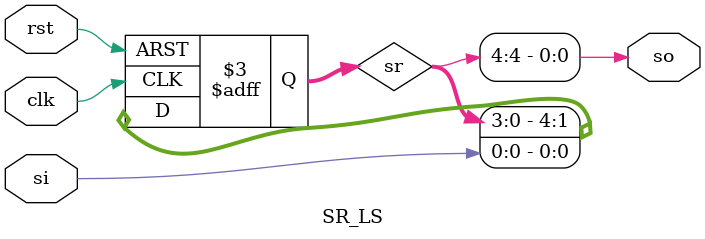
<source format=v>
module SR_LS (
    output so,
    input clk, rst, si
);
    reg [4:0] sr;

    always @(posedge clk or negedge rst) begin
        if (!rst)
            sr <= 5'd0;               // async reset clears shift register
        else
            sr <= {sr[3:0], si};      // left shift
    end

    assign so = sr[4];                // MSB as serial out
endmodule

</source>
